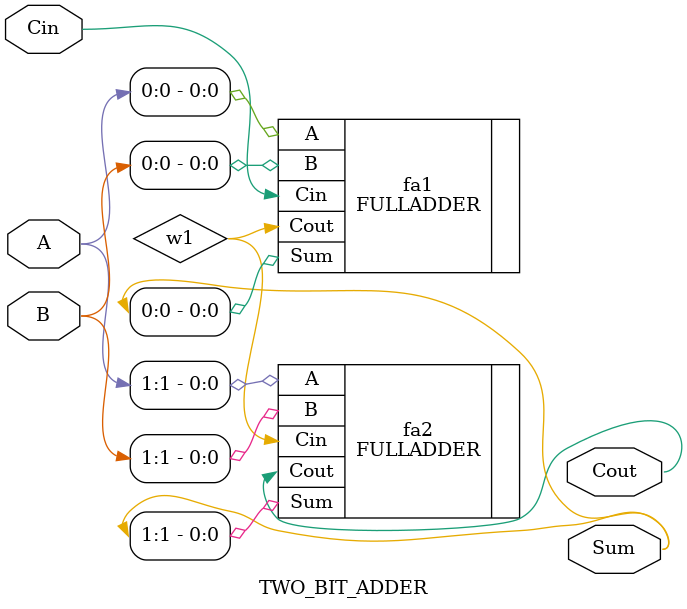
<source format=v>
`timescale 1ns / 1ps


module TWO_BIT_ADDER(
    input [1:0] A,
    input [1:0] B,
    input Cin,
    output [1:0] Sum,
    output Cout
    );

    wire w1;

    FULLADDER fa1(.A(A[0]),.B(B[0]),.Cin(Cin),.Cout(w1),.Sum(Sum[0]));
    FULLADDER fa2(.A(A[1]),.B(B[1]),.Cin(w1),.Cout(Cout),.Sum(Sum[1]));


endmodule

</source>
